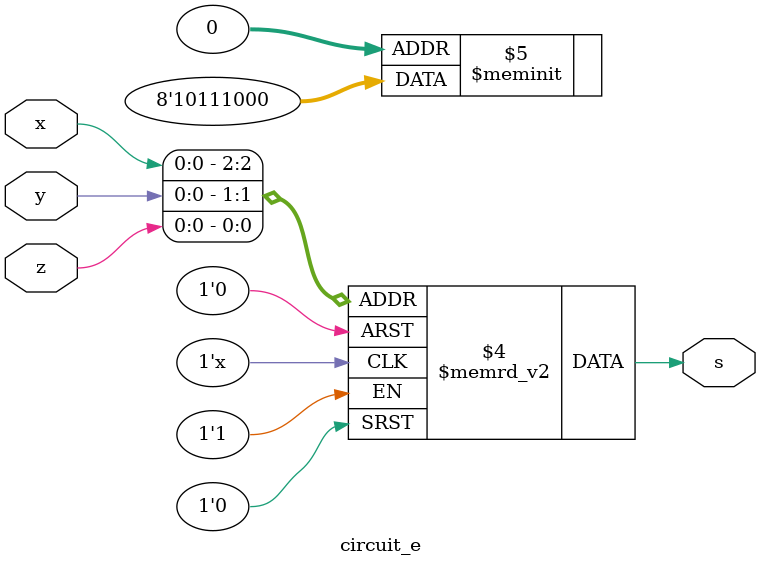
<source format=v>
module circuit_a(
input x,
input y,
input z,
output f);

wire out0, out1, out2;
or Gate1(out0,x,y);
not Gate2(out1,y);
or Gate3(out2,out1,z);
and Gate4(f,out0,out2);

endmodule
// 2.30 B
module circuit_b(
input x,
input y,
input z,
output f);

wire out0,out1,out2;
nor NGate1(out0, x, y);
nor NGate2(out1, y, y);
nor NGate3(out2, out1,z);
nor NGate4(f,out0,out2);

endmodule
//2.30 D
module circuit_d(
input x,
input y,
input z,
output f);

assign r = (x|y)&(~y|z);

endmodule

module circuit_e(
input x,
input y,
input z,
output reg s);

always@(x or y or z)
begin
	case({x,y,z})
	3'b000: begin s = 0; end
	3'b001: begin s = 0; end
	3'b010: begin s = 0; end
	3'b011: begin s = 1; end
	3'b100: begin s = 1; end
	3'b101: begin s = 1; end
	3'b110: begin s = 0; end
	3'b111: begin s = 1; end
	endcase
end
endmodule


</source>
